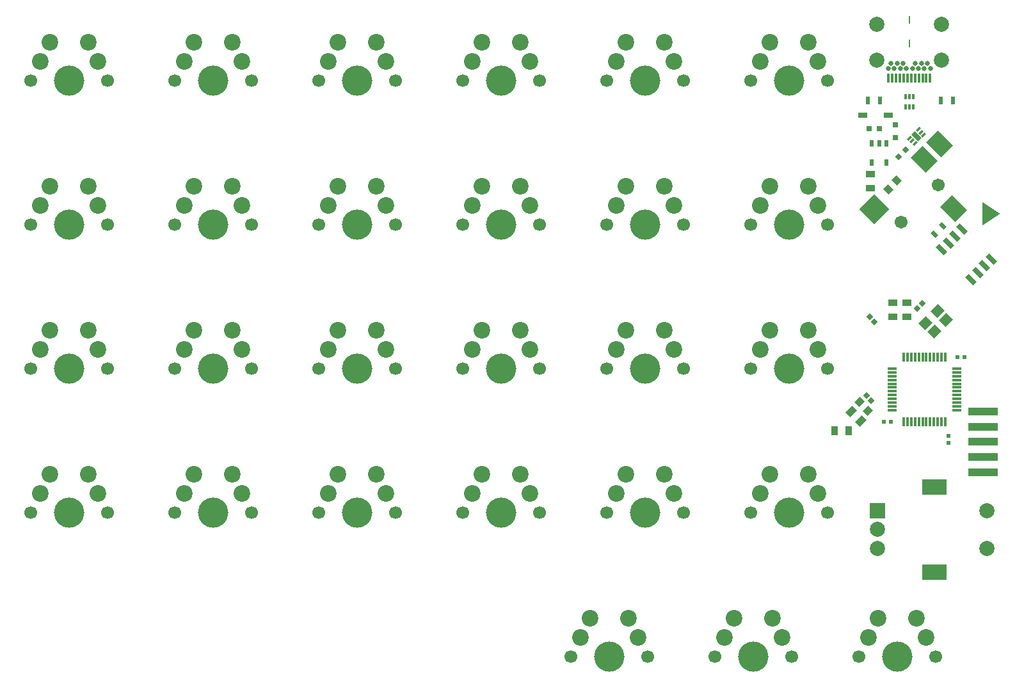
<source format=gts>
G04 #@! TF.GenerationSoftware,KiCad,Pcbnew,(7.0.0)*
G04 #@! TF.CreationDate,2024-01-17T20:31:31+01:00*
G04 #@! TF.ProjectId,junon-kb,6a756e6f-6e2d-46b6-922e-6b696361645f,rev?*
G04 #@! TF.SameCoordinates,Original*
G04 #@! TF.FileFunction,Soldermask,Top*
G04 #@! TF.FilePolarity,Negative*
%FSLAX46Y46*%
G04 Gerber Fmt 4.6, Leading zero omitted, Abs format (unit mm)*
G04 Created by KiCad (PCBNEW (7.0.0)) date 2024-01-17 20:31:31*
%MOMM*%
%LPD*%
G01*
G04 APERTURE LIST*
G04 Aperture macros list*
%AMRotRect*
0 Rectangle, with rotation*
0 The origin of the aperture is its center*
0 $1 length*
0 $2 width*
0 $3 Rotation angle, in degrees counterclockwise*
0 Add horizontal line*
21,1,$1,$2,0,0,$3*%
%AMOutline4P*
0 Free polygon, 4 corners , with rotation*
0 The origin of the aperture is its center*
0 number of corners: always 4*
0 $1 to $8 corner X, Y*
0 $9 Rotation angle, in degrees counterclockwise*
0 create outline with 4 corners*
4,1,4,$1,$2,$3,$4,$5,$6,$7,$8,$1,$2,$9*%
G04 Aperture macros list end*
%ADD10RotRect,1.200000X1.400000X315.000000*%
%ADD11C,1.700000*%
%ADD12C,4.000000*%
%ADD13C,2.200000*%
%ADD14RotRect,0.700000X1.500000X225.000000*%
%ADD15RotRect,0.650000X0.700000X45.000000*%
%ADD16R,0.650000X0.700000*%
%ADD17RotRect,0.600000X0.620000X45.000000*%
%ADD18R,0.600000X0.620000*%
%ADD19RotRect,0.600000X0.620000X135.000000*%
%ADD20R,0.620000X0.600000*%
%ADD21RotRect,0.609600X0.254000X225.000000*%
%ADD22RotRect,0.660400X1.295400X225.000000*%
%ADD23R,0.711200X0.762000*%
%ADD24R,1.219200X0.762000*%
%ADD25R,0.330200X0.685800*%
%ADD26RotRect,0.855600X1.250000X135.000000*%
%ADD27RotRect,0.863600X0.965200X135.000000*%
%ADD28R,1.250000X0.855600*%
%ADD29C,1.701800*%
%ADD30C,0.650000*%
%ADD31C,2.012000*%
%ADD32R,0.200000X1.000000*%
%ADD33R,0.300000X1.200000*%
%ADD34R,0.304800X1.193800*%
%ADD35R,1.193800X0.304800*%
%ADD36R,0.508000X0.952500*%
%ADD37RotRect,0.863600X0.965200X225.000000*%
%ADD38RotRect,0.558800X0.939800X225.000000*%
%ADD39R,0.558800X1.041400*%
%ADD40R,2.000000X2.000000*%
%ADD41C,2.000000*%
%ADD42R,3.200000X2.000000*%
%ADD43R,4.000000X1.000000*%
%ADD44R,0.855600X1.250000*%
%ADD45RotRect,2.794000X2.209800X315.000000*%
%ADD46RotRect,2.794000X2.794000X315.000000*%
%ADD47Outline4P,-1.143000X-1.512000X1.143000X-0.012000X1.143000X0.012000X-1.143000X1.512000X0.000000*%
G04 APERTURE END LIST*
D10*
X192462131Y-75906496D03*
X190906496Y-77462131D03*
X192037867Y-78593502D03*
X193593502Y-77037867D03*
D11*
X182067500Y-121590000D03*
D12*
X187147500Y-121590000D03*
D11*
X192227500Y-121590000D03*
D13*
X184607500Y-116510000D03*
X189687500Y-116510000D03*
X183337500Y-119050000D03*
X190957500Y-119050000D03*
D11*
X167780000Y-102540000D03*
D12*
X172860000Y-102540000D03*
D11*
X177940000Y-102540000D03*
D13*
X170320000Y-97460000D03*
X175400000Y-97460000D03*
X169050000Y-100000000D03*
X176670000Y-100000000D03*
D11*
X167780000Y-83490000D03*
D12*
X172860000Y-83490000D03*
D11*
X177940000Y-83490000D03*
D13*
X170320000Y-78410000D03*
X175400000Y-78410000D03*
X169050000Y-80950000D03*
X176670000Y-80950000D03*
D11*
X167780000Y-64440000D03*
D12*
X172860000Y-64440000D03*
D11*
X177940000Y-64440000D03*
D13*
X170320000Y-59360000D03*
X175400000Y-59360000D03*
X169050000Y-61900000D03*
X176670000Y-61900000D03*
D11*
X167780000Y-45390000D03*
D12*
X172860000Y-45390000D03*
D11*
X177940000Y-45390000D03*
D13*
X170320000Y-40310000D03*
X175400000Y-40310000D03*
X169050000Y-42850000D03*
X176670000Y-42850000D03*
D11*
X163017500Y-121590000D03*
D12*
X168097500Y-121590000D03*
D11*
X173177500Y-121590000D03*
D13*
X165557500Y-116510000D03*
X170637500Y-116510000D03*
X164287500Y-119050000D03*
X171907500Y-119050000D03*
D11*
X148730000Y-102540000D03*
D12*
X153810000Y-102540000D03*
D11*
X158890000Y-102540000D03*
D13*
X151270000Y-97460000D03*
X156350000Y-97460000D03*
X150000000Y-100000000D03*
X157620000Y-100000000D03*
D11*
X148730000Y-83490000D03*
D12*
X153810000Y-83490000D03*
D11*
X158890000Y-83490000D03*
D13*
X151270000Y-78410000D03*
X156350000Y-78410000D03*
X150000000Y-80950000D03*
X157620000Y-80950000D03*
D11*
X148730000Y-64440000D03*
D12*
X153810000Y-64440000D03*
D11*
X158890000Y-64440000D03*
D13*
X151270000Y-59360000D03*
X156350000Y-59360000D03*
X150000000Y-61900000D03*
X157620000Y-61900000D03*
D11*
X148730000Y-45390000D03*
D12*
X153810000Y-45390000D03*
D11*
X158890000Y-45390000D03*
D13*
X151270000Y-40310000D03*
X156350000Y-40310000D03*
X150000000Y-42850000D03*
X157620000Y-42850000D03*
D11*
X143967500Y-121590000D03*
D12*
X149047500Y-121590000D03*
D11*
X154127500Y-121590000D03*
D13*
X146507500Y-116510000D03*
X151587500Y-116510000D03*
X145237500Y-119050000D03*
X152857500Y-119050000D03*
D11*
X129680000Y-102540000D03*
D12*
X134760000Y-102540000D03*
D11*
X139840000Y-102540000D03*
D13*
X132220000Y-97460000D03*
X137300000Y-97460000D03*
X130950000Y-100000000D03*
X138570000Y-100000000D03*
D11*
X129680000Y-83490000D03*
D12*
X134760000Y-83490000D03*
D11*
X139840000Y-83490000D03*
D13*
X132220000Y-78410000D03*
X137300000Y-78410000D03*
X130950000Y-80950000D03*
X138570000Y-80950000D03*
D11*
X129680000Y-64440000D03*
D12*
X134760000Y-64440000D03*
D11*
X139840000Y-64440000D03*
D13*
X132220000Y-59360000D03*
X137300000Y-59360000D03*
X130950000Y-61900000D03*
X138570000Y-61900000D03*
D11*
X129680000Y-45390000D03*
D12*
X134760000Y-45390000D03*
D11*
X139840000Y-45390000D03*
D13*
X132220000Y-40310000D03*
X137300000Y-40310000D03*
X130950000Y-42850000D03*
X138570000Y-42850000D03*
D11*
X110630000Y-102540000D03*
D12*
X115710000Y-102540000D03*
D11*
X120790000Y-102540000D03*
D13*
X113170000Y-97460000D03*
X118250000Y-97460000D03*
X111900000Y-100000000D03*
X119520000Y-100000000D03*
D11*
X110630000Y-83490000D03*
D12*
X115710000Y-83490000D03*
D11*
X120790000Y-83490000D03*
D13*
X113170000Y-78410000D03*
X118250000Y-78410000D03*
X111900000Y-80950000D03*
X119520000Y-80950000D03*
D11*
X110630000Y-64440000D03*
D12*
X115710000Y-64440000D03*
D11*
X120790000Y-64440000D03*
D13*
X113170000Y-59360000D03*
X118250000Y-59360000D03*
X111900000Y-61900000D03*
X119520000Y-61900000D03*
D11*
X110630000Y-45390000D03*
D12*
X115710000Y-45390000D03*
D11*
X120790000Y-45390000D03*
D13*
X113170000Y-40310000D03*
X118250000Y-40310000D03*
X111900000Y-42850000D03*
X119520000Y-42850000D03*
D11*
X91580000Y-102540000D03*
D12*
X96660000Y-102540000D03*
D11*
X101740000Y-102540000D03*
D13*
X94120000Y-97460000D03*
X99200000Y-97460000D03*
X92850000Y-100000000D03*
X100470000Y-100000000D03*
D11*
X91580000Y-83490000D03*
D12*
X96660000Y-83490000D03*
D11*
X101740000Y-83490000D03*
D13*
X94120000Y-78410000D03*
X99200000Y-78410000D03*
X92850000Y-80950000D03*
X100470000Y-80950000D03*
D11*
X91580000Y-64440000D03*
D12*
X96660000Y-64440000D03*
D11*
X101740000Y-64440000D03*
D13*
X94120000Y-59360000D03*
X99200000Y-59360000D03*
X92850000Y-61900000D03*
X100470000Y-61900000D03*
D11*
X91580000Y-45390000D03*
D12*
X96660000Y-45390000D03*
D11*
X101740000Y-45390000D03*
D13*
X94120000Y-40310000D03*
X99200000Y-40310000D03*
X92850000Y-42850000D03*
X100470000Y-42850000D03*
D11*
X72530000Y-102540000D03*
D12*
X77610000Y-102540000D03*
D11*
X82690000Y-102540000D03*
D13*
X75070000Y-97460000D03*
X80150000Y-97460000D03*
X73800000Y-100000000D03*
X81420000Y-100000000D03*
D11*
X72530000Y-83490000D03*
D12*
X77610000Y-83490000D03*
D11*
X82690000Y-83490000D03*
D13*
X75070000Y-78410000D03*
X80150000Y-78410000D03*
X73800000Y-80950000D03*
X81420000Y-80950000D03*
D11*
X72530000Y-64440000D03*
D12*
X77610000Y-64440000D03*
D11*
X82690000Y-64440000D03*
D13*
X75070000Y-59360000D03*
X80150000Y-59360000D03*
X73800000Y-61900000D03*
X81420000Y-61900000D03*
D11*
X72530000Y-45390000D03*
D12*
X77610000Y-45390000D03*
D11*
X82690000Y-45390000D03*
D13*
X75070000Y-40310000D03*
X80150000Y-40310000D03*
X73800000Y-42850000D03*
X81420000Y-42850000D03*
D14*
X196915182Y-71709259D03*
X197813208Y-70811233D03*
X198711233Y-69913208D03*
X199609259Y-69015182D03*
X195684816Y-65090739D03*
X194786790Y-65988765D03*
X193888765Y-66886790D03*
X192990739Y-67784816D03*
D15*
X187322702Y-55477296D03*
X188277296Y-54522702D03*
D16*
X183424999Y-51752699D03*
X184774999Y-51752699D03*
D17*
X189774730Y-75525268D03*
X190425268Y-74874730D03*
D18*
X186319999Y-90499999D03*
X185399999Y-90499999D03*
D19*
X183725268Y-87725268D03*
X183074730Y-87074730D03*
D18*
X195139999Y-81999999D03*
X196059999Y-81999999D03*
D20*
X193899999Y-92439999D03*
X193899999Y-93359999D03*
D19*
X184125268Y-77325268D03*
X183474730Y-76674730D03*
D21*
X190619308Y-52587796D03*
X190265755Y-52234243D03*
X189912202Y-51880690D03*
X188780690Y-53012202D03*
X189134243Y-53365755D03*
X189487796Y-53719308D03*
D22*
X189699999Y-52799999D03*
D23*
X186899999Y-52925499D03*
X186899999Y-51274499D03*
D24*
X182623599Y-49999999D03*
X185976399Y-49999999D03*
D25*
X188250000Y-48911199D03*
X188749999Y-48911199D03*
X189249998Y-48911199D03*
X189249998Y-47488799D03*
X188749999Y-47488799D03*
X188250000Y-47488799D03*
D26*
X182356053Y-90456053D03*
X181043945Y-89143945D03*
D27*
X183265755Y-89065755D03*
X182134243Y-87934243D03*
D28*
X188399999Y-76627799D03*
X188399999Y-74772199D03*
X183599999Y-59608299D03*
X183599999Y-57752699D03*
D29*
X192581164Y-59171100D03*
X187624062Y-64128202D03*
D30*
X186750000Y-43830000D03*
X190750000Y-43830000D03*
D31*
X184480000Y-42680000D03*
X193020000Y-42680000D03*
X184480000Y-37950000D03*
X193020000Y-37950000D03*
D32*
X188749999Y-40499999D03*
X188749999Y-37399999D03*
D33*
X191499999Y-45079999D03*
X190999999Y-45079999D03*
X190499999Y-45079999D03*
X189999999Y-45079999D03*
X189499999Y-45079999D03*
X188999999Y-45079999D03*
X188499999Y-45079999D03*
X187999999Y-45079999D03*
X187499999Y-45079999D03*
X186999999Y-45079999D03*
X186499999Y-45079999D03*
X185999999Y-45079999D03*
D30*
X185950000Y-43830000D03*
X186350000Y-43130000D03*
X187150000Y-43130000D03*
X187550000Y-43830000D03*
X187950000Y-43130000D03*
X188350000Y-43830000D03*
X189150000Y-43830000D03*
X189550000Y-43130000D03*
X189950000Y-43830000D03*
X190350000Y-43130000D03*
X191150000Y-43130000D03*
X191550000Y-43830000D03*
D34*
X193499999Y-82000000D03*
X193000000Y-82000000D03*
X192499998Y-82000000D03*
X191999999Y-82000000D03*
X191500000Y-82000000D03*
X190999999Y-82000000D03*
X190499999Y-82000000D03*
X189999998Y-82000000D03*
X189499999Y-82000000D03*
X189000000Y-82000000D03*
X188499998Y-82000000D03*
X187999999Y-82000000D03*
D35*
X186500000Y-83499999D03*
X186500000Y-83999998D03*
X186500000Y-84500000D03*
X186500000Y-84999999D03*
X186500000Y-85499998D03*
X186500000Y-85999999D03*
X186500000Y-86499999D03*
X186500000Y-87000000D03*
X186500000Y-87499999D03*
X186500000Y-87999998D03*
X186500000Y-88500000D03*
X186500000Y-88999999D03*
D34*
X187999999Y-90499998D03*
X188499998Y-90499998D03*
X189000000Y-90499998D03*
X189499999Y-90499998D03*
X189999998Y-90499998D03*
X190499999Y-90499998D03*
X190999999Y-90499998D03*
X191500000Y-90499998D03*
X191999999Y-90499998D03*
X192499998Y-90499998D03*
X193000000Y-90499998D03*
X193499999Y-90499998D03*
D35*
X194999998Y-88999999D03*
X194999998Y-88500000D03*
X194999998Y-87999998D03*
X194999998Y-87499999D03*
X194999998Y-87000000D03*
X194999998Y-86499999D03*
X194999998Y-85999999D03*
X194999998Y-85499998D03*
X194999998Y-84999999D03*
X194999998Y-84500000D03*
X194999998Y-83999998D03*
X194999998Y-83499999D03*
D36*
X185699999Y-53699999D03*
X184749998Y-53699999D03*
X183799997Y-53699999D03*
X183799997Y-56252699D03*
X185699999Y-56252699D03*
D37*
X187065755Y-58634243D03*
X185934243Y-59765755D03*
D38*
X193165755Y-64634243D03*
X192034243Y-65765755D03*
D39*
X184900099Y-47999999D03*
X183299899Y-47999999D03*
X192899899Y-47999999D03*
X194500099Y-47999999D03*
D40*
X184527121Y-102299999D03*
D41*
X184527122Y-107300000D03*
X184527122Y-104800000D03*
D42*
X192027121Y-99199999D03*
X192027121Y-110399999D03*
D41*
X199027122Y-107300000D03*
X199027122Y-102300000D03*
D43*
X198499999Y-89199999D03*
X198499999Y-91199999D03*
X198499999Y-93199999D03*
X198499999Y-95199999D03*
X198499999Y-97199999D03*
D44*
X178872199Y-91699999D03*
X180727799Y-91699999D03*
D45*
X190736618Y-55781951D03*
X194623273Y-62362682D03*
D46*
X184091228Y-62427340D03*
D45*
X192712274Y-53806294D03*
D28*
X186599999Y-76627799D03*
X186599999Y-74772199D03*
D47*
X199600000Y-63000000D03*
M02*

</source>
